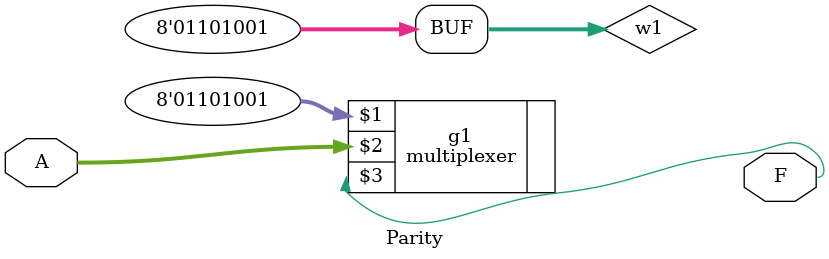
<source format=v>
`timescale 1ns / 1ps
module Parity(
    input [2:0] A,
    output F
    );

    wire [7:0] w1;
    assign w1 = 8'b0110_1001;
    multiplexer g1(w1,A,F);


endmodule

</source>
